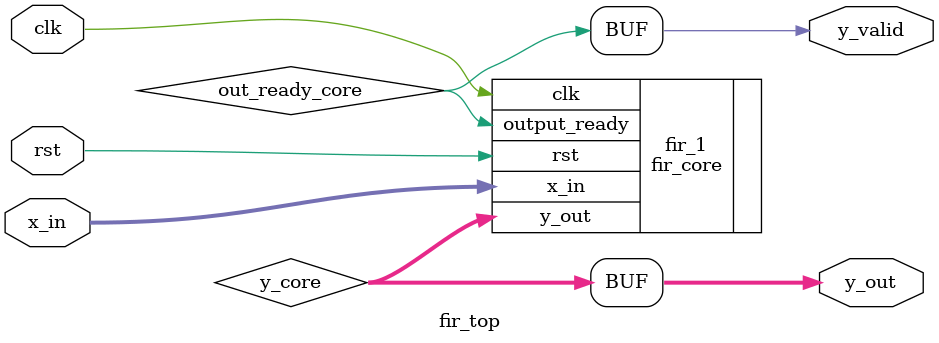
<source format=v>
`timescale 1ns / 1ps



module fir_top (
    input  wire        clk,     // Arty S7 100 MHz
    input  wire        rst,             // active-LOW button (e.g., BTN0) -> invert below
    input  wire signed [15:0] x_in,     // for now: drive from testbench; later: I²S sample
    output wire signed [15:0] y_out,    // to DAC later (I²S path)
    output wire        y_valid        // 1-cycle pulse each output sample
);

// --------------------------------------------------------------------------
// FIR core instance
// --------------------------------------------------------------------------
// fir_core internally generates:
//   • 12.288 MHz audio-rate PLL clock
//   • 200 MHz FFSM clock
//   • 100 → 200 MHz safe CDC
//   • sample_mem + coeff_rom pipeline
//   • dual DSP48E1 MAC chain
//
// This top-level simply forwards x_in and returns y_out/y_valid.
// -------------------------------------------------------------------------
   
    // ---- FIR core instance (unchanged RTL; it has its own PLL + clk_sync) ----
    wire signed [15:0] y_core;
    wire               out_ready_core;

    fir_core #(
        .data_width(16),
        .coeff_width(18),
        .accumulator_width(48),
        .num_taps(317)
    ) fir_1 (
        .clk          (clk),   //fir_core expects the 100 MHz here
        .rst          (rst),
        .x_in         (x_in),
        .y_out        (y_core),
        .output_ready (out_ready_core)
    );
// --------------------------------------------------------------------------
// Output wiring
// --------------------------------------------------------------------------
// y_out   → actual filtered value (Q1.15)
// y_valid → asserted for 1 cycle when y_out is updated
// --------------------------------------------------------------------------
    
    assign y_out   = y_core;
    assign y_valid = out_ready_core;

endmodule


</source>
